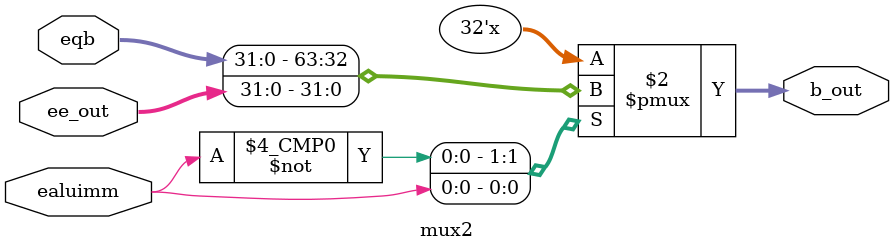
<source format=v>
module mux2(ealuimm, eqb, ee_out, b_out);
    input ealuimm;
    input [31:00] eqb;
    input [31:00] ee_out;
    output reg [31:00] b_out;
    
    always @(*) begin
        case(ealuimm)
            0: b_out <= eqb;
            1: b_out <= ee_out;
        endcase
    end
endmodule

</source>
